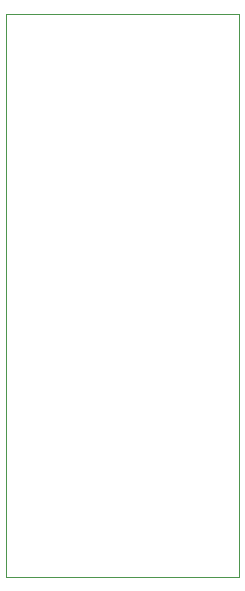
<source format=gbr>
%TF.GenerationSoftware,KiCad,Pcbnew,(5.1.8)-1*%
%TF.CreationDate,2021-01-29T12:29:00+09:00*%
%TF.ProjectId,REF_TWELITE_SMA_CONN,5245465f-5457-4454-9c49-54455f534d41,rev?*%
%TF.SameCoordinates,Original*%
%TF.FileFunction,Profile,NP*%
%FSLAX46Y46*%
G04 Gerber Fmt 4.6, Leading zero omitted, Abs format (unit mm)*
G04 Created by KiCad (PCBNEW (5.1.8)-1) date 2021-01-29 12:29:00*
%MOMM*%
%LPD*%
G01*
G04 APERTURE LIST*
%TA.AperFunction,Profile*%
%ADD10C,0.050000*%
%TD*%
G04 APERTURE END LIST*
D10*
X103505000Y-42545000D02*
X103505000Y-90170000D01*
X123190000Y-42545000D02*
X103505000Y-42545000D01*
X123190000Y-90170000D02*
X123190000Y-42545000D01*
X103505000Y-90170000D02*
X123190000Y-90170000D01*
M02*

</source>
